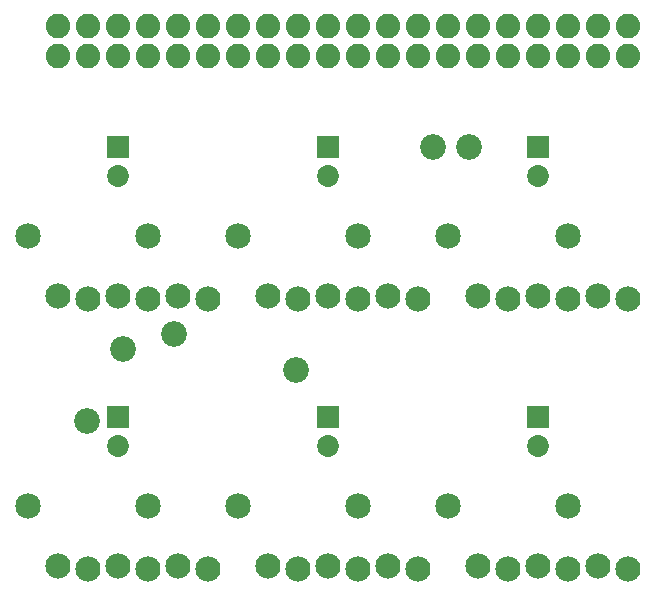
<source format=gbs>
G04 MADE WITH FRITZING*
G04 WWW.FRITZING.ORG*
G04 DOUBLE SIDED*
G04 HOLES PLATED*
G04 CONTOUR ON CENTER OF CONTOUR VECTOR*
%ASAXBY*%
%FSLAX23Y23*%
%MOIN*%
%OFA0B0*%
%SFA1.0B1.0*%
%ADD10C,0.085000*%
%ADD11C,0.072992*%
%ADD12C,0.081889*%
%ADD13C,0.081917*%
%ADD14C,0.084000*%
%ADD15C,0.085433*%
%ADD16R,0.072992X0.072992*%
%LNMASK0*%
G90*
G70*
G54D10*
X1685Y624D03*
X2085Y624D03*
X285Y624D03*
X685Y624D03*
X985Y624D03*
X1385Y624D03*
X1685Y1524D03*
X2085Y1524D03*
X285Y1524D03*
X685Y1524D03*
X985Y1524D03*
X1385Y1524D03*
G54D11*
X1285Y922D03*
X1285Y824D03*
X585Y922D03*
X585Y824D03*
X585Y1822D03*
X585Y1724D03*
X1285Y1822D03*
X1285Y1724D03*
X1985Y922D03*
X1985Y824D03*
X1985Y1822D03*
X1985Y1724D03*
G54D12*
X385Y2124D03*
X485Y2124D03*
X585Y2124D03*
X685Y2124D03*
G54D13*
X785Y2124D03*
G54D12*
X885Y2124D03*
X985Y2124D03*
X1085Y2124D03*
X1185Y2124D03*
G54D13*
X1285Y2124D03*
G54D12*
X1385Y2124D03*
G54D13*
X1485Y2124D03*
G54D12*
X1585Y2124D03*
X1685Y2124D03*
X1785Y2124D03*
X1885Y2124D03*
G54D13*
X1985Y2124D03*
G54D12*
X2085Y2124D03*
X2185Y2124D03*
X2285Y2124D03*
X2285Y2224D03*
X2185Y2224D03*
X2085Y2224D03*
G54D13*
X1985Y2224D03*
G54D12*
X1885Y2224D03*
X1785Y2224D03*
X1685Y2224D03*
X1585Y2224D03*
G54D13*
X1485Y2224D03*
G54D12*
X1385Y2224D03*
G54D13*
X1285Y2224D03*
G54D12*
X1185Y2224D03*
X1085Y2224D03*
X985Y2224D03*
X885Y2224D03*
G54D13*
X785Y2224D03*
G54D12*
X685Y2224D03*
X585Y2224D03*
X485Y2224D03*
X385Y2224D03*
G54D14*
X885Y1314D03*
X785Y1324D03*
X685Y1314D03*
X585Y1324D03*
X485Y1314D03*
X385Y1324D03*
X1585Y1314D03*
X1485Y1324D03*
X1385Y1314D03*
X1285Y1324D03*
X1185Y1314D03*
X1085Y1324D03*
X2285Y1314D03*
X2185Y1324D03*
X2085Y1314D03*
X1985Y1324D03*
X1885Y1314D03*
X1785Y1324D03*
X885Y414D03*
X785Y424D03*
X685Y414D03*
X585Y424D03*
X485Y414D03*
X385Y424D03*
X1585Y414D03*
X1485Y424D03*
X1385Y414D03*
X1285Y424D03*
X1185Y414D03*
X1085Y424D03*
X2285Y414D03*
X2185Y424D03*
X2085Y414D03*
X1985Y424D03*
X1885Y414D03*
X1785Y424D03*
G54D15*
X1634Y1821D03*
X1754Y1821D03*
X770Y1197D03*
X602Y1149D03*
X482Y909D03*
X1178Y1077D03*
G54D16*
X1285Y922D03*
X585Y922D03*
X585Y1822D03*
X1285Y1822D03*
X1985Y922D03*
X1985Y1822D03*
G04 End of Mask0*
M02*
</source>
